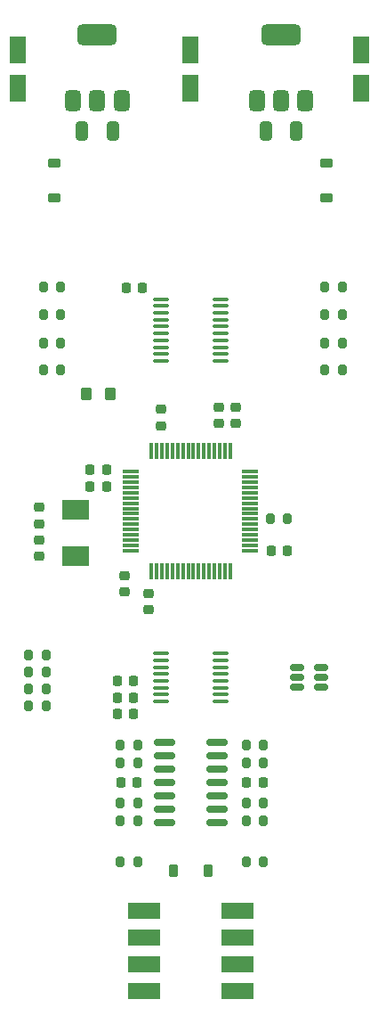
<source format=gbr>
G04 #@! TF.GenerationSoftware,KiCad,Pcbnew,8.0.4*
G04 #@! TF.CreationDate,2024-08-08T18:06:32+01:00*
G04 #@! TF.ProjectId,MidiMonger_components,4d696469-4d6f-46e6-9765-725f636f6d70,rev?*
G04 #@! TF.SameCoordinates,Original*
G04 #@! TF.FileFunction,Paste,Bot*
G04 #@! TF.FilePolarity,Positive*
%FSLAX46Y46*%
G04 Gerber Fmt 4.6, Leading zero omitted, Abs format (unit mm)*
G04 Created by KiCad (PCBNEW 8.0.4) date 2024-08-08 18:06:32*
%MOMM*%
%LPD*%
G01*
G04 APERTURE LIST*
G04 Aperture macros list*
%AMRoundRect*
0 Rectangle with rounded corners*
0 $1 Rounding radius*
0 $2 $3 $4 $5 $6 $7 $8 $9 X,Y pos of 4 corners*
0 Add a 4 corners polygon primitive as box body*
4,1,4,$2,$3,$4,$5,$6,$7,$8,$9,$2,$3,0*
0 Add four circle primitives for the rounded corners*
1,1,$1+$1,$2,$3*
1,1,$1+$1,$4,$5*
1,1,$1+$1,$6,$7*
1,1,$1+$1,$8,$9*
0 Add four rect primitives between the rounded corners*
20,1,$1+$1,$2,$3,$4,$5,0*
20,1,$1+$1,$4,$5,$6,$7,0*
20,1,$1+$1,$6,$7,$8,$9,0*
20,1,$1+$1,$8,$9,$2,$3,0*%
G04 Aperture macros list end*
%ADD10RoundRect,0.225000X0.225000X0.250000X-0.225000X0.250000X-0.225000X-0.250000X0.225000X-0.250000X0*%
%ADD11RoundRect,0.225000X0.225000X0.375000X-0.225000X0.375000X-0.225000X-0.375000X0.225000X-0.375000X0*%
%ADD12RoundRect,0.250000X0.550000X-1.050000X0.550000X1.050000X-0.550000X1.050000X-0.550000X-1.050000X0*%
%ADD13RoundRect,0.250000X-0.275000X-0.350000X0.275000X-0.350000X0.275000X0.350000X-0.275000X0.350000X0*%
%ADD14RoundRect,0.200000X0.200000X0.275000X-0.200000X0.275000X-0.200000X-0.275000X0.200000X-0.275000X0*%
%ADD15RoundRect,0.200000X-0.200000X-0.275000X0.200000X-0.275000X0.200000X0.275000X-0.200000X0.275000X0*%
%ADD16RoundRect,0.375000X0.375000X-0.625000X0.375000X0.625000X-0.375000X0.625000X-0.375000X-0.625000X0*%
%ADD17RoundRect,0.500000X1.400000X-0.500000X1.400000X0.500000X-1.400000X0.500000X-1.400000X-0.500000X0*%
%ADD18RoundRect,0.100000X-0.637500X-0.100000X0.637500X-0.100000X0.637500X0.100000X-0.637500X0.100000X0*%
%ADD19RoundRect,0.150000X0.825000X0.150000X-0.825000X0.150000X-0.825000X-0.150000X0.825000X-0.150000X0*%
%ADD20R,3.100000X1.600000*%
%ADD21RoundRect,0.225000X-0.225000X-0.250000X0.225000X-0.250000X0.225000X0.250000X-0.225000X0.250000X0*%
%ADD22RoundRect,0.100000X0.637500X0.100000X-0.637500X0.100000X-0.637500X-0.100000X0.637500X-0.100000X0*%
%ADD23RoundRect,0.150000X-0.512500X-0.150000X0.512500X-0.150000X0.512500X0.150000X-0.512500X0.150000X0*%
%ADD24RoundRect,0.075000X-0.700000X-0.075000X0.700000X-0.075000X0.700000X0.075000X-0.700000X0.075000X0*%
%ADD25RoundRect,0.075000X-0.075000X-0.700000X0.075000X-0.700000X0.075000X0.700000X-0.075000X0.700000X0*%
%ADD26RoundRect,0.250000X-0.325000X-0.650000X0.325000X-0.650000X0.325000X0.650000X-0.325000X0.650000X0*%
%ADD27RoundRect,0.225000X0.250000X-0.225000X0.250000X0.225000X-0.250000X0.225000X-0.250000X-0.225000X0*%
%ADD28RoundRect,0.225000X-0.375000X0.225000X-0.375000X-0.225000X0.375000X-0.225000X0.375000X0.225000X0*%
%ADD29R,2.500000X1.900000*%
%ADD30RoundRect,0.225000X-0.250000X0.225000X-0.250000X-0.225000X0.250000X-0.225000X0.250000X0.225000X0*%
G04 APERTURE END LIST*
D10*
X115375000Y-76000000D03*
X113825000Y-76000000D03*
X114575000Y-116500000D03*
X113025000Y-116500000D03*
X114575000Y-114900000D03*
X113025000Y-114900000D03*
D11*
X121650000Y-131400000D03*
X118350000Y-131400000D03*
D12*
X103500000Y-57000000D03*
X103500000Y-53400000D03*
D10*
X114575000Y-113300000D03*
X113025000Y-113300000D03*
D13*
X110050000Y-86100000D03*
X112350000Y-86100000D03*
D14*
X114925000Y-130500000D03*
X113275000Y-130500000D03*
X126925000Y-130500000D03*
X125275000Y-130500000D03*
X126925000Y-124900000D03*
X125275000Y-124900000D03*
X126925000Y-121100000D03*
X125275000Y-121100000D03*
D15*
X113275000Y-121100000D03*
X114925000Y-121100000D03*
D14*
X114925000Y-126600000D03*
X113275000Y-126600000D03*
D15*
X125275000Y-119400000D03*
X126925000Y-119400000D03*
D14*
X114925000Y-119400000D03*
X113275000Y-119400000D03*
D15*
X105975000Y-75900000D03*
X107625000Y-75900000D03*
X104575000Y-114100000D03*
X106225000Y-114100000D03*
X104575000Y-115700000D03*
X106225000Y-115700000D03*
D14*
X134425000Y-83800000D03*
X132775000Y-83800000D03*
D16*
X130900000Y-58250000D03*
X128600000Y-58250000D03*
D17*
X128600000Y-51950000D03*
D16*
X126300000Y-58250000D03*
X113400000Y-58250000D03*
X111100000Y-58250000D03*
D17*
X111100000Y-51950000D03*
D16*
X108800000Y-58250000D03*
D18*
X117137500Y-115275000D03*
X117137500Y-114625000D03*
X117137500Y-113975000D03*
X117137500Y-113325000D03*
X117137500Y-112675000D03*
X117137500Y-112025000D03*
X117137500Y-111375000D03*
X117137500Y-110725000D03*
X122862500Y-110725000D03*
X122862500Y-111375000D03*
X122862500Y-112025000D03*
X122862500Y-112675000D03*
X122862500Y-113325000D03*
X122862500Y-113975000D03*
X122862500Y-114625000D03*
X122862500Y-115275000D03*
D19*
X122475000Y-119190000D03*
X122475000Y-120460000D03*
X122475000Y-121730000D03*
X122475000Y-123000000D03*
X122475000Y-124270000D03*
X122475000Y-125540000D03*
X122475000Y-126810000D03*
X117525000Y-126810000D03*
X117525000Y-125540000D03*
X117525000Y-124270000D03*
X117525000Y-123000000D03*
X117525000Y-121730000D03*
X117525000Y-120460000D03*
X117525000Y-119190000D03*
D20*
X115555000Y-142810000D03*
X115555000Y-140270000D03*
X115555000Y-137730000D03*
X115555000Y-135190000D03*
X124445000Y-135190000D03*
X124445000Y-137730000D03*
X124445000Y-140270000D03*
X124445000Y-142810000D03*
D15*
X125275000Y-126600000D03*
X126925000Y-126600000D03*
X113275000Y-124900000D03*
X114925000Y-124900000D03*
X104575000Y-112500000D03*
X106225000Y-112500000D03*
D14*
X134425000Y-78500000D03*
X132775000Y-78500000D03*
X134425000Y-75900000D03*
X132775000Y-75900000D03*
D15*
X105975000Y-81200000D03*
X107625000Y-81200000D03*
X105975000Y-78500000D03*
X107625000Y-78500000D03*
X105975000Y-83800000D03*
X107625000Y-83800000D03*
D14*
X134425000Y-81200000D03*
X132775000Y-81200000D03*
D15*
X104575000Y-110900000D03*
X106225000Y-110900000D03*
D21*
X127625000Y-101000000D03*
X129175000Y-101000000D03*
D22*
X122862500Y-77075000D03*
X122862500Y-77725000D03*
X122862500Y-78375000D03*
X122862500Y-79025000D03*
X122862500Y-79675000D03*
X122862500Y-80325000D03*
X122862500Y-80975000D03*
X122862500Y-81625000D03*
X122862500Y-82275000D03*
X122862500Y-82925000D03*
X117137500Y-82925000D03*
X117137500Y-82275000D03*
X117137500Y-81625000D03*
X117137500Y-80975000D03*
X117137500Y-80325000D03*
X117137500Y-79675000D03*
X117137500Y-79025000D03*
X117137500Y-78375000D03*
X117137500Y-77725000D03*
X117137500Y-77075000D03*
D23*
X130162500Y-113950000D03*
X130162500Y-113000000D03*
X130162500Y-112050000D03*
X132437500Y-112050000D03*
X132437500Y-113000000D03*
X132437500Y-113950000D03*
D24*
X114325000Y-100950000D03*
X114325000Y-100450000D03*
X114325000Y-99950000D03*
X114325000Y-99450000D03*
X114325000Y-98950000D03*
X114325000Y-98450000D03*
X114325000Y-97950000D03*
X114325000Y-97450000D03*
X114325000Y-96950000D03*
X114325000Y-96450000D03*
X114325000Y-95950000D03*
X114325000Y-95450000D03*
X114325000Y-94950000D03*
X114325000Y-94450000D03*
X114325000Y-93950000D03*
X114325000Y-93450000D03*
D25*
X116250000Y-91525000D03*
X116750000Y-91525000D03*
X117250000Y-91525000D03*
X117750000Y-91525000D03*
X118250000Y-91525000D03*
X118750000Y-91525000D03*
X119250000Y-91525000D03*
X119750000Y-91525000D03*
X120250000Y-91525000D03*
X120750000Y-91525000D03*
X121250000Y-91525000D03*
X121750000Y-91525000D03*
X122250000Y-91525000D03*
X122750000Y-91525000D03*
X123250000Y-91525000D03*
X123750000Y-91525000D03*
D24*
X125675000Y-93450000D03*
X125675000Y-93950000D03*
X125675000Y-94450000D03*
X125675000Y-94950000D03*
X125675000Y-95450000D03*
X125675000Y-95950000D03*
X125675000Y-96450000D03*
X125675000Y-96950000D03*
X125675000Y-97450000D03*
X125675000Y-97950000D03*
X125675000Y-98450000D03*
X125675000Y-98950000D03*
X125675000Y-99450000D03*
X125675000Y-99950000D03*
X125675000Y-100450000D03*
X125675000Y-100950000D03*
D25*
X123750000Y-102875000D03*
X123250000Y-102875000D03*
X122750000Y-102875000D03*
X122250000Y-102875000D03*
X121750000Y-102875000D03*
X121250000Y-102875000D03*
X120750000Y-102875000D03*
X120250000Y-102875000D03*
X119750000Y-102875000D03*
X119250000Y-102875000D03*
X118750000Y-102875000D03*
X118250000Y-102875000D03*
X117750000Y-102875000D03*
X117250000Y-102875000D03*
X116750000Y-102875000D03*
X116250000Y-102875000D03*
D26*
X109625000Y-61100000D03*
X112575000Y-61100000D03*
D27*
X117200000Y-89075000D03*
X117200000Y-87525000D03*
D12*
X136200000Y-57000000D03*
X136200000Y-53400000D03*
D28*
X107000000Y-64150000D03*
X107000000Y-67450000D03*
D21*
X125325000Y-123000000D03*
X126875000Y-123000000D03*
D28*
X132900000Y-64150000D03*
X132900000Y-67450000D03*
D27*
X124300000Y-88875000D03*
X124300000Y-87325000D03*
D29*
X109000000Y-97100000D03*
X109000000Y-101500000D03*
D10*
X114875000Y-123000000D03*
X113325000Y-123000000D03*
D30*
X105600000Y-96850000D03*
X105600000Y-98400000D03*
X113700000Y-103325000D03*
X113700000Y-104875000D03*
D10*
X111975000Y-94910000D03*
X110425000Y-94910000D03*
D26*
X127125000Y-61100000D03*
X130075000Y-61100000D03*
D30*
X116000000Y-105025000D03*
X116000000Y-106575000D03*
D14*
X129225000Y-97900000D03*
X127575000Y-97900000D03*
D12*
X120000000Y-57000000D03*
X120000000Y-53400000D03*
D27*
X105600000Y-101475000D03*
X105600000Y-99925000D03*
D10*
X111975000Y-93300000D03*
X110425000Y-93300000D03*
D27*
X122700000Y-88875000D03*
X122700000Y-87325000D03*
M02*

</source>
